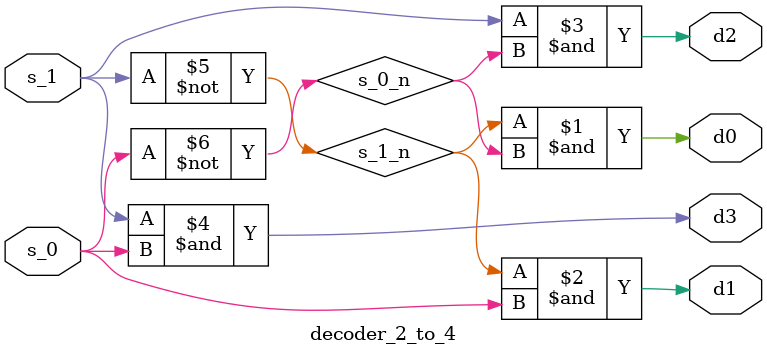
<source format=v>
module decoder_2_to_4 (
    input s_1,
    input s_0,
    output d0,
    output d1,
    output d2,
    output d3
);

    // Internal wires for the inverted inputs
    wire s_1_n, s_0_n;

    // NOT gates have a 1-unit time delay
    not #(1) not_s1 (s_1_n, s_1);
    not #(1) not_s0 (s_0_n, s_0);

    // AND gates have a 2-unit time delay
    and #(2) and0 (d0, s_1_n, s_0_n);
    and #(2) and1 (d1, s_1_n, s_0);
    and #(2) and2 (d2, s_1, s_0_n);
    and #(2) and3 (d3, s_1, s_0);

endmodule

</source>
